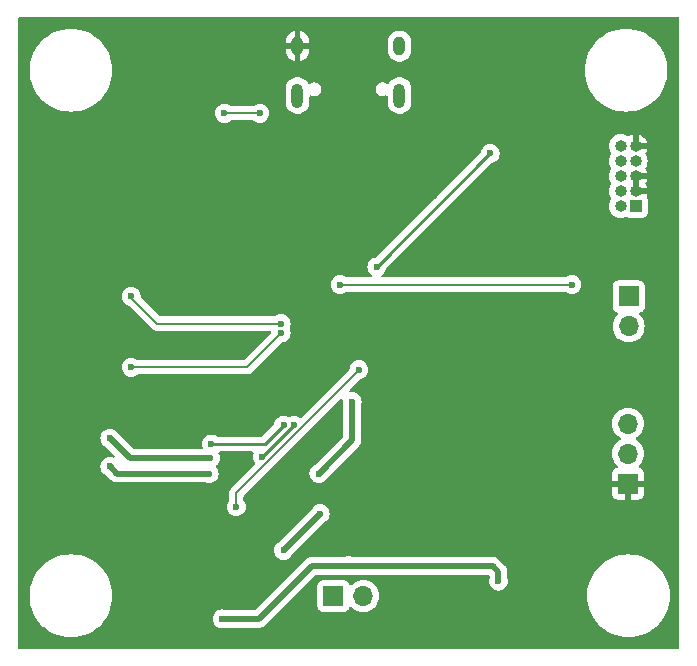
<source format=gbl>
%TF.GenerationSoftware,KiCad,Pcbnew,8.0.2-1*%
%TF.CreationDate,2024-07-15T21:16:38-07:00*%
%TF.ProjectId,TEMP_LOGGER,54454d50-5f4c-44f4-9747-45522e6b6963,rev?*%
%TF.SameCoordinates,Original*%
%TF.FileFunction,Copper,L2,Bot*%
%TF.FilePolarity,Positive*%
%FSLAX46Y46*%
G04 Gerber Fmt 4.6, Leading zero omitted, Abs format (unit mm)*
G04 Created by KiCad (PCBNEW 8.0.2-1) date 2024-07-15 21:16:38*
%MOMM*%
%LPD*%
G01*
G04 APERTURE LIST*
%TA.AperFunction,ComponentPad*%
%ADD10R,1.700000X1.700000*%
%TD*%
%TA.AperFunction,ComponentPad*%
%ADD11O,1.700000X1.700000*%
%TD*%
%TA.AperFunction,ComponentPad*%
%ADD12O,1.000000X1.600000*%
%TD*%
%TA.AperFunction,ComponentPad*%
%ADD13O,1.000000X2.100000*%
%TD*%
%TA.AperFunction,ComponentPad*%
%ADD14R,1.000000X1.000000*%
%TD*%
%TA.AperFunction,ComponentPad*%
%ADD15O,1.000000X1.000000*%
%TD*%
%TA.AperFunction,ViaPad*%
%ADD16C,0.600000*%
%TD*%
%TA.AperFunction,Conductor*%
%ADD17C,0.250000*%
%TD*%
%TA.AperFunction,Conductor*%
%ADD18C,0.200000*%
%TD*%
%TA.AperFunction,Conductor*%
%ADD19C,0.500000*%
%TD*%
G04 APERTURE END LIST*
D10*
%TO.P,J3,1,Pin_1*%
%TO.N,GND*%
X170675000Y-105250000D03*
D11*
%TO.P,J3,2,Pin_2*%
%TO.N,USART1_TX*%
X170675000Y-102710000D03*
%TO.P,J3,3,Pin_3*%
%TO.N,USART1_RX*%
X170675000Y-100170000D03*
%TD*%
D12*
%TO.P,J6,NC1,NC*%
%TO.N,unconnected-(J6-NC-PadNC1)*%
X151318000Y-68211250D03*
D13*
%TO.P,J6,NC2,NC*%
%TO.N,unconnected-(J6-NC-PadNC2)*%
X151318000Y-72391250D03*
%TO.P,J6,NC3,NC*%
%TO.N,unconnected-(J6-NC-PadNC3)*%
X142682000Y-72391250D03*
D12*
%TO.P,J6,S,SHIELD*%
%TO.N,GND*%
X142682000Y-68211250D03*
%TD*%
D14*
%TO.P,J1,1,Pin_1*%
%TO.N,+3V3*%
X171325000Y-81750000D03*
D15*
%TO.P,J1,2,Pin_2*%
%TO.N,SWDIO*%
X170055000Y-81750000D03*
%TO.P,J1,3,Pin_3*%
%TO.N,GND*%
X171325000Y-80480000D03*
%TO.P,J1,4,Pin_4*%
%TO.N,SWDCLK*%
X170055000Y-80480000D03*
%TO.P,J1,5,Pin_5*%
%TO.N,GND*%
X171325000Y-79210000D03*
%TO.P,J1,6,Pin_6*%
%TO.N,unconnected-(J1-Pin_6-Pad6)*%
X170055000Y-79210000D03*
%TO.P,J1,7,Pin_7*%
%TO.N,unconnected-(J1-Pin_7-Pad7)*%
X171325000Y-77940000D03*
%TO.P,J1,8,Pin_8*%
%TO.N,unconnected-(J1-Pin_8-Pad8)*%
X170055000Y-77940000D03*
%TO.P,J1,9,Pin_9*%
%TO.N,GND*%
X171325000Y-76670000D03*
%TO.P,J1,10,Pin_10*%
%TO.N,NRST*%
X170055000Y-76670000D03*
%TD*%
D10*
%TO.P,J2,1,Pin_1*%
%TO.N,Net-(J2-Pin_1)*%
X145725000Y-114750000D03*
D11*
%TO.P,J2,2,Pin_2*%
%TO.N,Net-(J2-Pin_2)*%
X148265000Y-114750000D03*
%TD*%
D10*
%TO.P,J5,1,Pin_1*%
%TO.N,BOOT0*%
X170725000Y-89400000D03*
D11*
%TO.P,J5,2,Pin_2*%
%TO.N,+3V3*%
X170725000Y-91940000D03*
%TD*%
D16*
%TO.N,GND*%
X142400000Y-94500000D03*
%TO.N,NRST*%
X149400000Y-86900000D03*
X159000000Y-77300000D03*
%TO.N,GND*%
X141500000Y-80300000D03*
X147000000Y-77000000D03*
X124400000Y-90900000D03*
X131700000Y-68200000D03*
X154200000Y-80900000D03*
X153100000Y-97400000D03*
X124400000Y-84700000D03*
X152150000Y-75850000D03*
X131700000Y-72300000D03*
X141400000Y-90200000D03*
X133100000Y-79600000D03*
X164500000Y-91600000D03*
X143800000Y-74200000D03*
X130600000Y-93500000D03*
X150200000Y-74200000D03*
X154200000Y-70900000D03*
X132400000Y-106100000D03*
X130600000Y-89500000D03*
X151500000Y-115400000D03*
X141900000Y-77750000D03*
X162400000Y-72300000D03*
X144200000Y-83900000D03*
X144900000Y-100000000D03*
X140000000Y-114500000D03*
X162400000Y-68200000D03*
%TO.N,BTN_1*%
X139500000Y-73900000D03*
X136500000Y-73900000D03*
%TO.N,LED1*%
X128600000Y-95400000D03*
X141300000Y-92500000D03*
%TO.N,TEMP_EN*%
X144500000Y-104400000D03*
X147000000Y-112200000D03*
X159700000Y-113500000D03*
X136300000Y-116700000D03*
X147300000Y-98300000D03*
%TO.N,FLASH_SCK*%
X126800000Y-101400000D03*
X135300000Y-103100000D03*
%TO.N,THERM_OUT*%
X147875000Y-95600000D03*
X137500000Y-107200000D03*
%TO.N,FLASH_MISO*%
X135400000Y-101900000D03*
X141500000Y-100300000D03*
%TO.N,FLASH_MOSI*%
X126800000Y-103800000D03*
X135200000Y-104400000D03*
X139700000Y-103000000D03*
X142400000Y-100300000D03*
%TO.N,Net-(Q1-D)*%
X141500000Y-110900000D03*
X144600000Y-107800000D03*
%TO.N,LED0*%
X128600000Y-89400000D03*
X141300000Y-91700000D03*
%TO.N,BOOT0*%
X146300000Y-88400000D03*
X165900000Y-88400000D03*
%TD*%
D17*
%TO.N,NRST*%
X149400000Y-86900000D02*
X159000000Y-77300000D01*
D18*
%TO.N,BTN_1*%
X139500000Y-73900000D02*
X136500000Y-73900000D01*
%TO.N,LED1*%
X138400000Y-95400000D02*
X128600000Y-95400000D01*
X141300000Y-92500000D02*
X138400000Y-95400000D01*
D19*
%TO.N,TEMP_EN*%
X139400000Y-116700000D02*
X143900000Y-112200000D01*
X144500000Y-104400000D02*
X147300000Y-101600000D01*
X159700000Y-113500000D02*
X159700000Y-112700000D01*
X159200000Y-112200000D02*
X147000000Y-112200000D01*
X159700000Y-112700000D02*
X159200000Y-112200000D01*
X147300000Y-101600000D02*
X147300000Y-98300000D01*
X136300000Y-116700000D02*
X139400000Y-116700000D01*
X143900000Y-112200000D02*
X147000000Y-112200000D01*
%TO.N,FLASH_SCK*%
X128500000Y-103100000D02*
X126800000Y-101400000D01*
X135300000Y-103100000D02*
X128500000Y-103100000D01*
D18*
%TO.N,THERM_OUT*%
X147875000Y-95600000D02*
X147875000Y-95673529D01*
X147875000Y-95673529D02*
X137500000Y-106048529D01*
X137500000Y-106048529D02*
X137500000Y-107200000D01*
D17*
%TO.N,FLASH_MISO*%
X139900000Y-101900000D02*
X135400000Y-101900000D01*
X141500000Y-100300000D02*
X139900000Y-101900000D01*
D19*
%TO.N,FLASH_MOSI*%
X127400000Y-104400000D02*
X126800000Y-103800000D01*
D17*
X139700000Y-103000000D02*
X142400000Y-100300000D01*
D19*
X135200000Y-104400000D02*
X127400000Y-104400000D01*
%TO.N,Net-(Q1-D)*%
X141500000Y-110900000D02*
X144600000Y-107800000D01*
D18*
%TO.N,LED0*%
X130800000Y-91700000D02*
X128600000Y-89500000D01*
X141300000Y-91700000D02*
X130800000Y-91700000D01*
%TO.N,BOOT0*%
X146300000Y-88400000D02*
X165900000Y-88400000D01*
%TD*%
%TA.AperFunction,Conductor*%
%TO.N,GND*%
G36*
X174942539Y-65770185D02*
G01*
X174988294Y-65822989D01*
X174999500Y-65874500D01*
X174999500Y-119125500D01*
X174979815Y-119192539D01*
X174927011Y-119238294D01*
X174875500Y-119249500D01*
X119124500Y-119249500D01*
X119057461Y-119229815D01*
X119011706Y-119177011D01*
X119000500Y-119125500D01*
X119000500Y-114750000D01*
X119994696Y-114750000D01*
X120013898Y-115116404D01*
X120071295Y-115478794D01*
X120133492Y-115710917D01*
X120166260Y-115833206D01*
X120297746Y-116175739D01*
X120464320Y-116502656D01*
X120664147Y-116810364D01*
X120664149Y-116810366D01*
X120895051Y-117095506D01*
X121154494Y-117354949D01*
X121236870Y-117421656D01*
X121439635Y-117585852D01*
X121747343Y-117785679D01*
X121747348Y-117785682D01*
X122074264Y-117952255D01*
X122416801Y-118083742D01*
X122771206Y-118178705D01*
X123133596Y-118236102D01*
X123479734Y-118254241D01*
X123499999Y-118255304D01*
X123500000Y-118255304D01*
X123500001Y-118255304D01*
X123519203Y-118254297D01*
X123866404Y-118236102D01*
X124228794Y-118178705D01*
X124583199Y-118083742D01*
X124925736Y-117952255D01*
X125252652Y-117785682D01*
X125560366Y-117585851D01*
X125845506Y-117354949D01*
X126104949Y-117095506D01*
X126335851Y-116810366D01*
X126407526Y-116699996D01*
X135494435Y-116699996D01*
X135494435Y-116700003D01*
X135514630Y-116879249D01*
X135514631Y-116879254D01*
X135574211Y-117049523D01*
X135622998Y-117127166D01*
X135670184Y-117202262D01*
X135797738Y-117329816D01*
X135888080Y-117386582D01*
X135943903Y-117421658D01*
X135950478Y-117425789D01*
X136021098Y-117450500D01*
X136120745Y-117485368D01*
X136120750Y-117485369D01*
X136299996Y-117505565D01*
X136300000Y-117505565D01*
X136300004Y-117505565D01*
X136479249Y-117485369D01*
X136479252Y-117485368D01*
X136479255Y-117485368D01*
X136559017Y-117457457D01*
X136599972Y-117450500D01*
X139473920Y-117450500D01*
X139571462Y-117431096D01*
X139618913Y-117421658D01*
X139755495Y-117365084D01*
X139808277Y-117329816D01*
X139878416Y-117282952D01*
X143309233Y-113852135D01*
X144374500Y-113852135D01*
X144374500Y-115647870D01*
X144374501Y-115647876D01*
X144380908Y-115707483D01*
X144431202Y-115842328D01*
X144431206Y-115842335D01*
X144517452Y-115957544D01*
X144517455Y-115957547D01*
X144632664Y-116043793D01*
X144632671Y-116043797D01*
X144767517Y-116094091D01*
X144767516Y-116094091D01*
X144774444Y-116094835D01*
X144827127Y-116100500D01*
X146622872Y-116100499D01*
X146682483Y-116094091D01*
X146817331Y-116043796D01*
X146932546Y-115957546D01*
X147018796Y-115842331D01*
X147067810Y-115710916D01*
X147109681Y-115654984D01*
X147175145Y-115630566D01*
X147243418Y-115645417D01*
X147271673Y-115666569D01*
X147393599Y-115788495D01*
X147490384Y-115856265D01*
X147587165Y-115924032D01*
X147587167Y-115924033D01*
X147587170Y-115924035D01*
X147801337Y-116023903D01*
X148029592Y-116085063D01*
X148206034Y-116100500D01*
X148264999Y-116105659D01*
X148265000Y-116105659D01*
X148265001Y-116105659D01*
X148323966Y-116100500D01*
X148500408Y-116085063D01*
X148728663Y-116023903D01*
X148942830Y-115924035D01*
X149136401Y-115788495D01*
X149303495Y-115621401D01*
X149439035Y-115427830D01*
X149538903Y-115213663D01*
X149600063Y-114985408D01*
X149620659Y-114750000D01*
X167194696Y-114750000D01*
X167213898Y-115116404D01*
X167271295Y-115478794D01*
X167333492Y-115710917D01*
X167366260Y-115833206D01*
X167497746Y-116175739D01*
X167664320Y-116502656D01*
X167864147Y-116810364D01*
X167864149Y-116810366D01*
X168095051Y-117095506D01*
X168354494Y-117354949D01*
X168436870Y-117421656D01*
X168639635Y-117585852D01*
X168947343Y-117785679D01*
X168947348Y-117785682D01*
X169274264Y-117952255D01*
X169616801Y-118083742D01*
X169971206Y-118178705D01*
X170333596Y-118236102D01*
X170679734Y-118254241D01*
X170699999Y-118255304D01*
X170700000Y-118255304D01*
X170700001Y-118255304D01*
X170719203Y-118254297D01*
X171066404Y-118236102D01*
X171428794Y-118178705D01*
X171783199Y-118083742D01*
X172125736Y-117952255D01*
X172452652Y-117785682D01*
X172760366Y-117585851D01*
X173045506Y-117354949D01*
X173304949Y-117095506D01*
X173535851Y-116810366D01*
X173735682Y-116502652D01*
X173902255Y-116175736D01*
X174033742Y-115833199D01*
X174128705Y-115478794D01*
X174186102Y-115116404D01*
X174205304Y-114750000D01*
X174186102Y-114383596D01*
X174128705Y-114021206D01*
X174033742Y-113666801D01*
X173902255Y-113324264D01*
X173735682Y-112997348D01*
X173735679Y-112997343D01*
X173535852Y-112689635D01*
X173304952Y-112404498D01*
X173304949Y-112404494D01*
X173045506Y-112145051D01*
X172760366Y-111914149D01*
X172760364Y-111914147D01*
X172452656Y-111714320D01*
X172125739Y-111547746D01*
X171783206Y-111416260D01*
X171783199Y-111416258D01*
X171428794Y-111321295D01*
X171428790Y-111321294D01*
X171428789Y-111321294D01*
X171066405Y-111263898D01*
X170700001Y-111244696D01*
X170699999Y-111244696D01*
X170333594Y-111263898D01*
X169971211Y-111321294D01*
X169971209Y-111321294D01*
X169616793Y-111416260D01*
X169274260Y-111547746D01*
X168947343Y-111714320D01*
X168639635Y-111914147D01*
X168354498Y-112145047D01*
X168354490Y-112145054D01*
X168095054Y-112404490D01*
X168095047Y-112404498D01*
X167864147Y-112689635D01*
X167664320Y-112997343D01*
X167497746Y-113324260D01*
X167366260Y-113666793D01*
X167271294Y-114021209D01*
X167271294Y-114021211D01*
X167229303Y-114286335D01*
X167213898Y-114383596D01*
X167194696Y-114750000D01*
X149620659Y-114750000D01*
X149600063Y-114514592D01*
X149538903Y-114286337D01*
X149439035Y-114072171D01*
X149403352Y-114021209D01*
X149303494Y-113878597D01*
X149136402Y-113711506D01*
X149136395Y-113711501D01*
X148942834Y-113575967D01*
X148942830Y-113575965D01*
X148878263Y-113545857D01*
X148728663Y-113476097D01*
X148728659Y-113476096D01*
X148728655Y-113476094D01*
X148500413Y-113414938D01*
X148500403Y-113414936D01*
X148265001Y-113394341D01*
X148264999Y-113394341D01*
X148029596Y-113414936D01*
X148029586Y-113414938D01*
X147801344Y-113476094D01*
X147801335Y-113476098D01*
X147587171Y-113575964D01*
X147587169Y-113575965D01*
X147393600Y-113711503D01*
X147271673Y-113833430D01*
X147210350Y-113866914D01*
X147140658Y-113861930D01*
X147084725Y-113820058D01*
X147067810Y-113789081D01*
X147018797Y-113657671D01*
X147018793Y-113657664D01*
X146932547Y-113542455D01*
X146932544Y-113542452D01*
X146817335Y-113456206D01*
X146817328Y-113456202D01*
X146682482Y-113405908D01*
X146682483Y-113405908D01*
X146622883Y-113399501D01*
X146622881Y-113399500D01*
X146622873Y-113399500D01*
X146622864Y-113399500D01*
X144827129Y-113399500D01*
X144827123Y-113399501D01*
X144767516Y-113405908D01*
X144632671Y-113456202D01*
X144632664Y-113456206D01*
X144517455Y-113542452D01*
X144517452Y-113542455D01*
X144431206Y-113657664D01*
X144431202Y-113657671D01*
X144380908Y-113792517D01*
X144374501Y-113852116D01*
X144374500Y-113852135D01*
X143309233Y-113852135D01*
X144174549Y-112986819D01*
X144235872Y-112953334D01*
X144262230Y-112950500D01*
X146700028Y-112950500D01*
X146740982Y-112957457D01*
X146820745Y-112985368D01*
X146820750Y-112985369D01*
X146999996Y-113005565D01*
X147000000Y-113005565D01*
X147000004Y-113005565D01*
X147179249Y-112985369D01*
X147179252Y-112985368D01*
X147179255Y-112985368D01*
X147259017Y-112957457D01*
X147299972Y-112950500D01*
X158825500Y-112950500D01*
X158892539Y-112970185D01*
X158938294Y-113022989D01*
X158949500Y-113074500D01*
X158949500Y-113200028D01*
X158942542Y-113240982D01*
X158914631Y-113320747D01*
X158894435Y-113499996D01*
X158894435Y-113500003D01*
X158914630Y-113679249D01*
X158914631Y-113679254D01*
X158974211Y-113849523D01*
X158982007Y-113861930D01*
X159070184Y-114002262D01*
X159197738Y-114129816D01*
X159350478Y-114225789D01*
X159520745Y-114285368D01*
X159520750Y-114285369D01*
X159699996Y-114305565D01*
X159700000Y-114305565D01*
X159700004Y-114305565D01*
X159879249Y-114285369D01*
X159879252Y-114285368D01*
X159879255Y-114285368D01*
X160049522Y-114225789D01*
X160202262Y-114129816D01*
X160329816Y-114002262D01*
X160425789Y-113849522D01*
X160485368Y-113679255D01*
X160485369Y-113679249D01*
X160505565Y-113500003D01*
X160505565Y-113499996D01*
X160485368Y-113320747D01*
X160485368Y-113320745D01*
X160457458Y-113240982D01*
X160450500Y-113200028D01*
X160450500Y-112626079D01*
X160421659Y-112481092D01*
X160421658Y-112481091D01*
X160421658Y-112481087D01*
X160389934Y-112404498D01*
X160365087Y-112344511D01*
X160365083Y-112344504D01*
X160331854Y-112294773D01*
X160305568Y-112255432D01*
X160282956Y-112221589D01*
X160282952Y-112221584D01*
X159678421Y-111617052D01*
X159678414Y-111617046D01*
X159578818Y-111550499D01*
X159578817Y-111550499D01*
X159555495Y-111534916D01*
X159555488Y-111534912D01*
X159418917Y-111478343D01*
X159418907Y-111478340D01*
X159273920Y-111449500D01*
X159273918Y-111449500D01*
X147299972Y-111449500D01*
X147259017Y-111442542D01*
X147179254Y-111414631D01*
X147179249Y-111414630D01*
X147000004Y-111394435D01*
X146999996Y-111394435D01*
X146820750Y-111414630D01*
X146820745Y-111414631D01*
X146740983Y-111442542D01*
X146700028Y-111449500D01*
X143826080Y-111449500D01*
X143681092Y-111478340D01*
X143681082Y-111478343D01*
X143544511Y-111534912D01*
X143544504Y-111534916D01*
X143528992Y-111545281D01*
X143521183Y-111550499D01*
X143521182Y-111550499D01*
X143421585Y-111617046D01*
X143421578Y-111617052D01*
X139125451Y-115913181D01*
X139064128Y-115946666D01*
X139037770Y-115949500D01*
X136599972Y-115949500D01*
X136559017Y-115942542D01*
X136479254Y-115914631D01*
X136479249Y-115914630D01*
X136300004Y-115894435D01*
X136299996Y-115894435D01*
X136120750Y-115914630D01*
X136120745Y-115914631D01*
X135950476Y-115974211D01*
X135797737Y-116070184D01*
X135670184Y-116197737D01*
X135574211Y-116350476D01*
X135514631Y-116520745D01*
X135514630Y-116520750D01*
X135494435Y-116699996D01*
X126407526Y-116699996D01*
X126535682Y-116502652D01*
X126702255Y-116175736D01*
X126833742Y-115833199D01*
X126928705Y-115478794D01*
X126986102Y-115116404D01*
X127005304Y-114750000D01*
X126986102Y-114383596D01*
X126928705Y-114021206D01*
X126833742Y-113666801D01*
X126702255Y-113324264D01*
X126535682Y-112997348D01*
X126535679Y-112997343D01*
X126335852Y-112689635D01*
X126104952Y-112404498D01*
X126104949Y-112404494D01*
X125845506Y-112145051D01*
X125560366Y-111914149D01*
X125560364Y-111914147D01*
X125252656Y-111714320D01*
X124925739Y-111547746D01*
X124583206Y-111416260D01*
X124583199Y-111416258D01*
X124228794Y-111321295D01*
X124228790Y-111321294D01*
X124228789Y-111321294D01*
X123866405Y-111263898D01*
X123500001Y-111244696D01*
X123499999Y-111244696D01*
X123133594Y-111263898D01*
X122771211Y-111321294D01*
X122771209Y-111321294D01*
X122416793Y-111416260D01*
X122074260Y-111547746D01*
X121747343Y-111714320D01*
X121439635Y-111914147D01*
X121154498Y-112145047D01*
X121154490Y-112145054D01*
X120895054Y-112404490D01*
X120895047Y-112404498D01*
X120664147Y-112689635D01*
X120464320Y-112997343D01*
X120297746Y-113324260D01*
X120166260Y-113666793D01*
X120071294Y-114021209D01*
X120071294Y-114021211D01*
X120029303Y-114286335D01*
X120013898Y-114383596D01*
X119994696Y-114750000D01*
X119000500Y-114750000D01*
X119000500Y-110899996D01*
X140694435Y-110899996D01*
X140694435Y-110900003D01*
X140714630Y-111079249D01*
X140714631Y-111079254D01*
X140774211Y-111249523D01*
X140819308Y-111321294D01*
X140870184Y-111402262D01*
X140997738Y-111529816D01*
X141088080Y-111586582D01*
X141136566Y-111617048D01*
X141150478Y-111625789D01*
X141320745Y-111685368D01*
X141320750Y-111685369D01*
X141499996Y-111705565D01*
X141500000Y-111705565D01*
X141500004Y-111705565D01*
X141679249Y-111685369D01*
X141679252Y-111685368D01*
X141679255Y-111685368D01*
X141849522Y-111625789D01*
X142002262Y-111529816D01*
X142129816Y-111402262D01*
X142225789Y-111249522D01*
X142225790Y-111249518D01*
X142228811Y-111243246D01*
X142230655Y-111244134D01*
X142253305Y-111208061D01*
X144908061Y-108553305D01*
X144944134Y-108530655D01*
X144943246Y-108528811D01*
X144949518Y-108525790D01*
X144949522Y-108525789D01*
X145102262Y-108429816D01*
X145229816Y-108302262D01*
X145325789Y-108149522D01*
X145385368Y-107979255D01*
X145391392Y-107925789D01*
X145405565Y-107800003D01*
X145405565Y-107799996D01*
X145385369Y-107620750D01*
X145385368Y-107620745D01*
X145340296Y-107491937D01*
X145325789Y-107450478D01*
X145229816Y-107297738D01*
X145102262Y-107170184D01*
X144949523Y-107074211D01*
X144779254Y-107014631D01*
X144779249Y-107014630D01*
X144600004Y-106994435D01*
X144599996Y-106994435D01*
X144420750Y-107014630D01*
X144420745Y-107014631D01*
X144250476Y-107074211D01*
X144097737Y-107170184D01*
X143970184Y-107297737D01*
X143874211Y-107450478D01*
X143871188Y-107456756D01*
X143869362Y-107455876D01*
X143846693Y-107491937D01*
X141191937Y-110146693D01*
X141155876Y-110169362D01*
X141156756Y-110171188D01*
X141150478Y-110174211D01*
X140997737Y-110270184D01*
X140870184Y-110397737D01*
X140774211Y-110550476D01*
X140714631Y-110720745D01*
X140714630Y-110720750D01*
X140694435Y-110899996D01*
X119000500Y-110899996D01*
X119000500Y-101399996D01*
X125994435Y-101399996D01*
X125994435Y-101400003D01*
X126014630Y-101579249D01*
X126014631Y-101579254D01*
X126074211Y-101749523D01*
X126130182Y-101838599D01*
X126170184Y-101902262D01*
X126297738Y-102029816D01*
X126450478Y-102125789D01*
X126450480Y-102125789D01*
X126450484Y-102125792D01*
X126456756Y-102128813D01*
X126455869Y-102130653D01*
X126491939Y-102153307D01*
X127170421Y-102831789D01*
X127203906Y-102893112D01*
X127198922Y-102962804D01*
X127157050Y-103018737D01*
X127091586Y-103043154D01*
X127041786Y-103036512D01*
X126979257Y-103014632D01*
X126979249Y-103014630D01*
X126800004Y-102994435D01*
X126799996Y-102994435D01*
X126620750Y-103014630D01*
X126620745Y-103014631D01*
X126450476Y-103074211D01*
X126297737Y-103170184D01*
X126170184Y-103297737D01*
X126074211Y-103450476D01*
X126014631Y-103620745D01*
X126014630Y-103620750D01*
X125994435Y-103799996D01*
X125994435Y-103800003D01*
X126014630Y-103979249D01*
X126014631Y-103979254D01*
X126074211Y-104149523D01*
X126164130Y-104292627D01*
X126170184Y-104302262D01*
X126297738Y-104429816D01*
X126450478Y-104525789D01*
X126450483Y-104525792D01*
X126456753Y-104528812D01*
X126455870Y-104530643D01*
X126491940Y-104553308D01*
X126666707Y-104728074D01*
X126817049Y-104878416D01*
X126881626Y-104942993D01*
X126921585Y-104982952D01*
X127044498Y-105065080D01*
X127044511Y-105065087D01*
X127181082Y-105121656D01*
X127181087Y-105121658D01*
X127181091Y-105121658D01*
X127181092Y-105121659D01*
X127326079Y-105150500D01*
X127326082Y-105150500D01*
X134900028Y-105150500D01*
X134940983Y-105157458D01*
X135020745Y-105185368D01*
X135020750Y-105185369D01*
X135199996Y-105205565D01*
X135200000Y-105205565D01*
X135200004Y-105205565D01*
X135379249Y-105185369D01*
X135379252Y-105185368D01*
X135379255Y-105185368D01*
X135549522Y-105125789D01*
X135702262Y-105029816D01*
X135829816Y-104902262D01*
X135925789Y-104749522D01*
X135985368Y-104579255D01*
X135985369Y-104579249D01*
X136005565Y-104400003D01*
X136005565Y-104399996D01*
X135985369Y-104220750D01*
X135985368Y-104220745D01*
X135925788Y-104050476D01*
X135829815Y-103897737D01*
X135819759Y-103887681D01*
X135786274Y-103826358D01*
X135791258Y-103756666D01*
X135819759Y-103712319D01*
X135865372Y-103666706D01*
X135929816Y-103602262D01*
X136025789Y-103449522D01*
X136085368Y-103279255D01*
X136085369Y-103279249D01*
X136105565Y-103100003D01*
X136105565Y-103099996D01*
X136085369Y-102920750D01*
X136085368Y-102920745D01*
X136025788Y-102750475D01*
X136003794Y-102715473D01*
X135984793Y-102648236D01*
X136005160Y-102581401D01*
X136058428Y-102536187D01*
X136108787Y-102525500D01*
X138843180Y-102525500D01*
X138910219Y-102545185D01*
X138955974Y-102597989D01*
X138965918Y-102667147D01*
X138960222Y-102690454D01*
X138914632Y-102820742D01*
X138914630Y-102820750D01*
X138894435Y-102999996D01*
X138894435Y-103000003D01*
X138914630Y-103179249D01*
X138914631Y-103179254D01*
X138974211Y-103349523D01*
X139066520Y-103496431D01*
X139085520Y-103563668D01*
X139065152Y-103630503D01*
X139049207Y-103650084D01*
X137131286Y-105568007D01*
X137019481Y-105679811D01*
X137019479Y-105679814D01*
X136969361Y-105766623D01*
X136969359Y-105766625D01*
X136940425Y-105816738D01*
X136940424Y-105816739D01*
X136940423Y-105816744D01*
X136899499Y-105969472D01*
X136899499Y-105969474D01*
X136899499Y-106137575D01*
X136899500Y-106137588D01*
X136899500Y-106617587D01*
X136879815Y-106684626D01*
X136872450Y-106694896D01*
X136870186Y-106697734D01*
X136774211Y-106850476D01*
X136714631Y-107020745D01*
X136714630Y-107020750D01*
X136694435Y-107199996D01*
X136694435Y-107200003D01*
X136714630Y-107379249D01*
X136714631Y-107379254D01*
X136774211Y-107549523D01*
X136870184Y-107702262D01*
X136997738Y-107829816D01*
X137150478Y-107925789D01*
X137303258Y-107979249D01*
X137320745Y-107985368D01*
X137320750Y-107985369D01*
X137499996Y-108005565D01*
X137500000Y-108005565D01*
X137500004Y-108005565D01*
X137679249Y-107985369D01*
X137679252Y-107985368D01*
X137679255Y-107985368D01*
X137849522Y-107925789D01*
X138002262Y-107829816D01*
X138129816Y-107702262D01*
X138225789Y-107549522D01*
X138285368Y-107379255D01*
X138305565Y-107200000D01*
X138291392Y-107074211D01*
X138285369Y-107020750D01*
X138285368Y-107020745D01*
X138225788Y-106850476D01*
X138129813Y-106697734D01*
X138127550Y-106694896D01*
X138126659Y-106692715D01*
X138126111Y-106691842D01*
X138126264Y-106691745D01*
X138101144Y-106630209D01*
X138100500Y-106617587D01*
X138100500Y-106348626D01*
X138120185Y-106281587D01*
X138136819Y-106260945D01*
X142213219Y-102184545D01*
X146294227Y-98103536D01*
X146355548Y-98070053D01*
X146425240Y-98075037D01*
X146481173Y-98116909D01*
X146505590Y-98182373D01*
X146505126Y-98205101D01*
X146494435Y-98299994D01*
X146494435Y-98300003D01*
X146514630Y-98479249D01*
X146514631Y-98479254D01*
X146542542Y-98559017D01*
X146549500Y-98599972D01*
X146549500Y-101237769D01*
X146529815Y-101304808D01*
X146513181Y-101325450D01*
X144191937Y-103646693D01*
X144155876Y-103669362D01*
X144156756Y-103671188D01*
X144150478Y-103674211D01*
X143997737Y-103770184D01*
X143870184Y-103897737D01*
X143774211Y-104050476D01*
X143714631Y-104220745D01*
X143714630Y-104220750D01*
X143694435Y-104399996D01*
X143694435Y-104400003D01*
X143714630Y-104579249D01*
X143714631Y-104579254D01*
X143774211Y-104749523D01*
X143870184Y-104902262D01*
X143997738Y-105029816D01*
X144088080Y-105086582D01*
X144143903Y-105121658D01*
X144150478Y-105125789D01*
X144221098Y-105150500D01*
X144320745Y-105185368D01*
X144320750Y-105185369D01*
X144499996Y-105205565D01*
X144500000Y-105205565D01*
X144500004Y-105205565D01*
X144679249Y-105185369D01*
X144679252Y-105185368D01*
X144679255Y-105185368D01*
X144849522Y-105125789D01*
X145002262Y-105029816D01*
X145129816Y-104902262D01*
X145225789Y-104749522D01*
X145225790Y-104749518D01*
X145228811Y-104743246D01*
X145230655Y-104744134D01*
X145253305Y-104708061D01*
X147882952Y-102078416D01*
X147921843Y-102020210D01*
X147961000Y-101961608D01*
X147962635Y-101959159D01*
X147965084Y-101955495D01*
X148021658Y-101818913D01*
X148035461Y-101749522D01*
X148050500Y-101673920D01*
X148050500Y-100169999D01*
X169319341Y-100169999D01*
X169319341Y-100170000D01*
X169339936Y-100405403D01*
X169339938Y-100405413D01*
X169401094Y-100633655D01*
X169401096Y-100633659D01*
X169401097Y-100633663D01*
X169420005Y-100674211D01*
X169500965Y-100847830D01*
X169500967Y-100847834D01*
X169636501Y-101041395D01*
X169636506Y-101041402D01*
X169803597Y-101208493D01*
X169803603Y-101208498D01*
X169989158Y-101338425D01*
X170032783Y-101393002D01*
X170039977Y-101462500D01*
X170008454Y-101524855D01*
X169989158Y-101541575D01*
X169803597Y-101671505D01*
X169636505Y-101838597D01*
X169500965Y-102032169D01*
X169500964Y-102032171D01*
X169401098Y-102246335D01*
X169401094Y-102246344D01*
X169339938Y-102474586D01*
X169339936Y-102474596D01*
X169319341Y-102709999D01*
X169319341Y-102710000D01*
X169339936Y-102945403D01*
X169339938Y-102945413D01*
X169401094Y-103173655D01*
X169401096Y-103173659D01*
X169401097Y-103173663D01*
X169483102Y-103349522D01*
X169500965Y-103387830D01*
X169500967Y-103387834D01*
X169577008Y-103496431D01*
X169636501Y-103581396D01*
X169636506Y-103581402D01*
X169758818Y-103703714D01*
X169792303Y-103765037D01*
X169787319Y-103834729D01*
X169745447Y-103890662D01*
X169714471Y-103907577D01*
X169582912Y-103956646D01*
X169582906Y-103956649D01*
X169467812Y-104042809D01*
X169467809Y-104042812D01*
X169381649Y-104157906D01*
X169381645Y-104157913D01*
X169331403Y-104292620D01*
X169331401Y-104292627D01*
X169325000Y-104352155D01*
X169325000Y-105000000D01*
X170241988Y-105000000D01*
X170209075Y-105057007D01*
X170175000Y-105184174D01*
X170175000Y-105315826D01*
X170209075Y-105442993D01*
X170241988Y-105500000D01*
X169325000Y-105500000D01*
X169325000Y-106147844D01*
X169331401Y-106207372D01*
X169331403Y-106207379D01*
X169381645Y-106342086D01*
X169381649Y-106342093D01*
X169467809Y-106457187D01*
X169467812Y-106457190D01*
X169582906Y-106543350D01*
X169582913Y-106543354D01*
X169717620Y-106593596D01*
X169717627Y-106593598D01*
X169777155Y-106599999D01*
X169777172Y-106600000D01*
X170425000Y-106600000D01*
X170425000Y-105683012D01*
X170482007Y-105715925D01*
X170609174Y-105750000D01*
X170740826Y-105750000D01*
X170867993Y-105715925D01*
X170925000Y-105683012D01*
X170925000Y-106600000D01*
X171572828Y-106600000D01*
X171572844Y-106599999D01*
X171632372Y-106593598D01*
X171632379Y-106593596D01*
X171767086Y-106543354D01*
X171767093Y-106543350D01*
X171882187Y-106457190D01*
X171882190Y-106457187D01*
X171968350Y-106342093D01*
X171968354Y-106342086D01*
X172018596Y-106207379D01*
X172018598Y-106207372D01*
X172024999Y-106147844D01*
X172025000Y-106147827D01*
X172025000Y-105500000D01*
X171108012Y-105500000D01*
X171140925Y-105442993D01*
X171175000Y-105315826D01*
X171175000Y-105184174D01*
X171140925Y-105057007D01*
X171108012Y-105000000D01*
X172025000Y-105000000D01*
X172025000Y-104352172D01*
X172024999Y-104352155D01*
X172018598Y-104292627D01*
X172018596Y-104292620D01*
X171968354Y-104157913D01*
X171968350Y-104157906D01*
X171882190Y-104042812D01*
X171882187Y-104042809D01*
X171767093Y-103956649D01*
X171767088Y-103956646D01*
X171635528Y-103907577D01*
X171579595Y-103865705D01*
X171555178Y-103800241D01*
X171570030Y-103731968D01*
X171591175Y-103703720D01*
X171713495Y-103581401D01*
X171849035Y-103387830D01*
X171948903Y-103173663D01*
X172010063Y-102945408D01*
X172030659Y-102710000D01*
X172010063Y-102474592D01*
X171951043Y-102254324D01*
X171948905Y-102246344D01*
X171948904Y-102246343D01*
X171948903Y-102246337D01*
X171849035Y-102032171D01*
X171847386Y-102029815D01*
X171713494Y-101838597D01*
X171546402Y-101671506D01*
X171546396Y-101671501D01*
X171360842Y-101541575D01*
X171317217Y-101486998D01*
X171310023Y-101417500D01*
X171341546Y-101355145D01*
X171360842Y-101338425D01*
X171408852Y-101304808D01*
X171546401Y-101208495D01*
X171713495Y-101041401D01*
X171849035Y-100847830D01*
X171948903Y-100633663D01*
X172010063Y-100405408D01*
X172030659Y-100170000D01*
X172010063Y-99934592D01*
X171948903Y-99706337D01*
X171849035Y-99492171D01*
X171713495Y-99298599D01*
X171713494Y-99298597D01*
X171546402Y-99131506D01*
X171546395Y-99131501D01*
X171352834Y-98995967D01*
X171352830Y-98995965D01*
X171352828Y-98995964D01*
X171138663Y-98896097D01*
X171138659Y-98896096D01*
X171138655Y-98896094D01*
X170910413Y-98834938D01*
X170910403Y-98834936D01*
X170675001Y-98814341D01*
X170674999Y-98814341D01*
X170439596Y-98834936D01*
X170439586Y-98834938D01*
X170211344Y-98896094D01*
X170211335Y-98896098D01*
X169997171Y-98995964D01*
X169997169Y-98995965D01*
X169803597Y-99131505D01*
X169636505Y-99298597D01*
X169500965Y-99492169D01*
X169500964Y-99492171D01*
X169401098Y-99706335D01*
X169401094Y-99706344D01*
X169339938Y-99934586D01*
X169339936Y-99934596D01*
X169319341Y-100169999D01*
X148050500Y-100169999D01*
X148050500Y-98599972D01*
X148057458Y-98559017D01*
X148085368Y-98479254D01*
X148085369Y-98479249D01*
X148105565Y-98300003D01*
X148105565Y-98299996D01*
X148085369Y-98120750D01*
X148085368Y-98120745D01*
X148025788Y-97950476D01*
X147929815Y-97797737D01*
X147802262Y-97670184D01*
X147649523Y-97574211D01*
X147479254Y-97514631D01*
X147479249Y-97514630D01*
X147300004Y-97494435D01*
X147299995Y-97494435D01*
X147205101Y-97505126D01*
X147136280Y-97493071D01*
X147084901Y-97445721D01*
X147067277Y-97378111D01*
X147089004Y-97311705D01*
X147103533Y-97294230D01*
X147976401Y-96421362D01*
X148037722Y-96387879D01*
X148050205Y-96385824D01*
X148054255Y-96385368D01*
X148224522Y-96325789D01*
X148377262Y-96229816D01*
X148504816Y-96102262D01*
X148600789Y-95949522D01*
X148660368Y-95779255D01*
X148660369Y-95779249D01*
X148680565Y-95600003D01*
X148680565Y-95599996D01*
X148660369Y-95420750D01*
X148660368Y-95420745D01*
X148600788Y-95250476D01*
X148504815Y-95097737D01*
X148377262Y-94970184D01*
X148224523Y-94874211D01*
X148054254Y-94814631D01*
X148054249Y-94814630D01*
X147875004Y-94794435D01*
X147874996Y-94794435D01*
X147695750Y-94814630D01*
X147695745Y-94814631D01*
X147525476Y-94874211D01*
X147372737Y-94970184D01*
X147245184Y-95097737D01*
X147149211Y-95250476D01*
X147089631Y-95420745D01*
X147089630Y-95420749D01*
X147070501Y-95590532D01*
X147043434Y-95654946D01*
X147034962Y-95664329D01*
X143050084Y-99649207D01*
X142988761Y-99682692D01*
X142919069Y-99677708D01*
X142896431Y-99666520D01*
X142749523Y-99574211D01*
X142579254Y-99514631D01*
X142579249Y-99514630D01*
X142400004Y-99494435D01*
X142399996Y-99494435D01*
X142220750Y-99514630D01*
X142220737Y-99514633D01*
X142050480Y-99574209D01*
X142015970Y-99595893D01*
X141948733Y-99614892D01*
X141884030Y-99595893D01*
X141849519Y-99574209D01*
X141679262Y-99514633D01*
X141679249Y-99514630D01*
X141500004Y-99494435D01*
X141499996Y-99494435D01*
X141320750Y-99514630D01*
X141320745Y-99514631D01*
X141150476Y-99574211D01*
X140997737Y-99670184D01*
X140870184Y-99797737D01*
X140774210Y-99950478D01*
X140714630Y-100120750D01*
X140709326Y-100167825D01*
X140682258Y-100232238D01*
X140673787Y-100241620D01*
X139677229Y-101238181D01*
X139615906Y-101271666D01*
X139589548Y-101274500D01*
X135944855Y-101274500D01*
X135878883Y-101255494D01*
X135749523Y-101174211D01*
X135579254Y-101114631D01*
X135579249Y-101114630D01*
X135400004Y-101094435D01*
X135399996Y-101094435D01*
X135220750Y-101114630D01*
X135220745Y-101114631D01*
X135050476Y-101174211D01*
X134897737Y-101270184D01*
X134770184Y-101397737D01*
X134674211Y-101550476D01*
X134614631Y-101720745D01*
X134614630Y-101720750D01*
X134594435Y-101899996D01*
X134594435Y-101900003D01*
X134614630Y-102079249D01*
X134614633Y-102079262D01*
X134651474Y-102184545D01*
X134655036Y-102254324D01*
X134620308Y-102314951D01*
X134558314Y-102347179D01*
X134534433Y-102349500D01*
X128862230Y-102349500D01*
X128795191Y-102329815D01*
X128774549Y-102313181D01*
X127553307Y-101091939D01*
X127530653Y-101055869D01*
X127528813Y-101056756D01*
X127525792Y-101050484D01*
X127525789Y-101050480D01*
X127525789Y-101050478D01*
X127429816Y-100897738D01*
X127302262Y-100770184D01*
X127149523Y-100674211D01*
X126979254Y-100614631D01*
X126979249Y-100614630D01*
X126800004Y-100594435D01*
X126799996Y-100594435D01*
X126620750Y-100614630D01*
X126620745Y-100614631D01*
X126450476Y-100674211D01*
X126297737Y-100770184D01*
X126170184Y-100897737D01*
X126074211Y-101050476D01*
X126014631Y-101220745D01*
X126014630Y-101220750D01*
X125994435Y-101399996D01*
X119000500Y-101399996D01*
X119000500Y-89399996D01*
X127794435Y-89399996D01*
X127794435Y-89400003D01*
X127814630Y-89579249D01*
X127814631Y-89579254D01*
X127874211Y-89749523D01*
X127970184Y-89902262D01*
X128097738Y-90029816D01*
X128250478Y-90125789D01*
X128417704Y-90184303D01*
X128464428Y-90213663D01*
X130315139Y-92064374D01*
X130315149Y-92064385D01*
X130319479Y-92068715D01*
X130319480Y-92068716D01*
X130431284Y-92180520D01*
X130518095Y-92230639D01*
X130518097Y-92230641D01*
X130556151Y-92252611D01*
X130568215Y-92259577D01*
X130720943Y-92300501D01*
X130720946Y-92300501D01*
X130886653Y-92300501D01*
X130886669Y-92300500D01*
X140350902Y-92300500D01*
X140417941Y-92320185D01*
X140463696Y-92372989D01*
X140473640Y-92442147D01*
X140444615Y-92505703D01*
X140438583Y-92512181D01*
X138187584Y-94763181D01*
X138126261Y-94796666D01*
X138099903Y-94799500D01*
X129182412Y-94799500D01*
X129115373Y-94779815D01*
X129105097Y-94772445D01*
X129102263Y-94770185D01*
X129102262Y-94770184D01*
X129045496Y-94734515D01*
X128949523Y-94674211D01*
X128779254Y-94614631D01*
X128779249Y-94614630D01*
X128600004Y-94594435D01*
X128599996Y-94594435D01*
X128420750Y-94614630D01*
X128420745Y-94614631D01*
X128250476Y-94674211D01*
X128097737Y-94770184D01*
X127970184Y-94897737D01*
X127874211Y-95050476D01*
X127814631Y-95220745D01*
X127814630Y-95220750D01*
X127794435Y-95399996D01*
X127794435Y-95400003D01*
X127814630Y-95579249D01*
X127814631Y-95579254D01*
X127874211Y-95749523D01*
X127970184Y-95902262D01*
X128097738Y-96029816D01*
X128250478Y-96125789D01*
X128420745Y-96185368D01*
X128420750Y-96185369D01*
X128599996Y-96205565D01*
X128600000Y-96205565D01*
X128600004Y-96205565D01*
X128779249Y-96185369D01*
X128779252Y-96185368D01*
X128779255Y-96185368D01*
X128949522Y-96125789D01*
X129102262Y-96029816D01*
X129102267Y-96029810D01*
X129105097Y-96027555D01*
X129107275Y-96026665D01*
X129108158Y-96026111D01*
X129108255Y-96026265D01*
X129169783Y-96001145D01*
X129182412Y-96000500D01*
X138313331Y-96000500D01*
X138313347Y-96000501D01*
X138320943Y-96000501D01*
X138479054Y-96000501D01*
X138479057Y-96000501D01*
X138631785Y-95959577D01*
X138681904Y-95930639D01*
X138768716Y-95880520D01*
X138880520Y-95768716D01*
X138880520Y-95768714D01*
X138890728Y-95758507D01*
X138890730Y-95758504D01*
X141318535Y-93330698D01*
X141379856Y-93297215D01*
X141392311Y-93295163D01*
X141479255Y-93285368D01*
X141649522Y-93225789D01*
X141802262Y-93129816D01*
X141929816Y-93002262D01*
X142025789Y-92849522D01*
X142085368Y-92679255D01*
X142085369Y-92679249D01*
X142105565Y-92500003D01*
X142105565Y-92499996D01*
X142085369Y-92320750D01*
X142085366Y-92320737D01*
X142023489Y-92143905D01*
X142025637Y-92143153D01*
X142016035Y-92084872D01*
X142024392Y-92056411D01*
X142023489Y-92056095D01*
X142064113Y-91939999D01*
X169369341Y-91939999D01*
X169369341Y-91940000D01*
X169389936Y-92175403D01*
X169389938Y-92175413D01*
X169451094Y-92403655D01*
X169451096Y-92403659D01*
X169451097Y-92403663D01*
X169498679Y-92505703D01*
X169550965Y-92617830D01*
X169550967Y-92617834D01*
X169593975Y-92679255D01*
X169686505Y-92811401D01*
X169853599Y-92978495D01*
X169887542Y-93002262D01*
X170047165Y-93114032D01*
X170047167Y-93114033D01*
X170047170Y-93114035D01*
X170261337Y-93213903D01*
X170489592Y-93275063D01*
X170677918Y-93291539D01*
X170724999Y-93295659D01*
X170725000Y-93295659D01*
X170725001Y-93295659D01*
X170764234Y-93292226D01*
X170960408Y-93275063D01*
X171188663Y-93213903D01*
X171402830Y-93114035D01*
X171596401Y-92978495D01*
X171763495Y-92811401D01*
X171899035Y-92617830D01*
X171998903Y-92403663D01*
X172060063Y-92175408D01*
X172080659Y-91940000D01*
X172060063Y-91704592D01*
X171998903Y-91476337D01*
X171899035Y-91262171D01*
X171784680Y-91098855D01*
X171763496Y-91068600D01*
X171758077Y-91063181D01*
X171641567Y-90946671D01*
X171608084Y-90885351D01*
X171613068Y-90815659D01*
X171654939Y-90759725D01*
X171685915Y-90742810D01*
X171817331Y-90693796D01*
X171932546Y-90607546D01*
X172018796Y-90492331D01*
X172069091Y-90357483D01*
X172075500Y-90297873D01*
X172075499Y-88502128D01*
X172069091Y-88442517D01*
X172053234Y-88400003D01*
X172018797Y-88307671D01*
X172018793Y-88307664D01*
X171932547Y-88192455D01*
X171932544Y-88192452D01*
X171817335Y-88106206D01*
X171817328Y-88106202D01*
X171682482Y-88055908D01*
X171682483Y-88055908D01*
X171622883Y-88049501D01*
X171622881Y-88049500D01*
X171622873Y-88049500D01*
X171622864Y-88049500D01*
X169827129Y-88049500D01*
X169827123Y-88049501D01*
X169767516Y-88055908D01*
X169632671Y-88106202D01*
X169632664Y-88106206D01*
X169517455Y-88192452D01*
X169517452Y-88192455D01*
X169431206Y-88307664D01*
X169431202Y-88307671D01*
X169380908Y-88442517D01*
X169374501Y-88502116D01*
X169374501Y-88502123D01*
X169374500Y-88502135D01*
X169374500Y-90297870D01*
X169374501Y-90297876D01*
X169380908Y-90357483D01*
X169431202Y-90492328D01*
X169431206Y-90492335D01*
X169517452Y-90607544D01*
X169517455Y-90607547D01*
X169632664Y-90693793D01*
X169632671Y-90693797D01*
X169764081Y-90742810D01*
X169820015Y-90784681D01*
X169844432Y-90850145D01*
X169829580Y-90918418D01*
X169808430Y-90946673D01*
X169686503Y-91068600D01*
X169550965Y-91262169D01*
X169550964Y-91262171D01*
X169451098Y-91476335D01*
X169451094Y-91476344D01*
X169389938Y-91704586D01*
X169389936Y-91704596D01*
X169369341Y-91939999D01*
X142064113Y-91939999D01*
X142085366Y-91879262D01*
X142085369Y-91879249D01*
X142105565Y-91700003D01*
X142105565Y-91699996D01*
X142085369Y-91520750D01*
X142085368Y-91520745D01*
X142025788Y-91350476D01*
X141929815Y-91197737D01*
X141802262Y-91070184D01*
X141649523Y-90974211D01*
X141479254Y-90914631D01*
X141479249Y-90914630D01*
X141300004Y-90894435D01*
X141299996Y-90894435D01*
X141120750Y-90914630D01*
X141120745Y-90914631D01*
X140950476Y-90974211D01*
X140797736Y-91070185D01*
X140794903Y-91072445D01*
X140792724Y-91073334D01*
X140791842Y-91073889D01*
X140791744Y-91073734D01*
X140730217Y-91098855D01*
X140717588Y-91099500D01*
X131100097Y-91099500D01*
X131033058Y-91079815D01*
X131012416Y-91063181D01*
X129441884Y-89492649D01*
X129408399Y-89431326D01*
X129405565Y-89404968D01*
X129405565Y-89399997D01*
X129385369Y-89220750D01*
X129385368Y-89220745D01*
X129325788Y-89050476D01*
X129286582Y-88988080D01*
X129229816Y-88897738D01*
X129102262Y-88770184D01*
X129069379Y-88749522D01*
X128949523Y-88674211D01*
X128779254Y-88614631D01*
X128779249Y-88614630D01*
X128600004Y-88594435D01*
X128599996Y-88594435D01*
X128420750Y-88614630D01*
X128420745Y-88614631D01*
X128250476Y-88674211D01*
X128097737Y-88770184D01*
X127970184Y-88897737D01*
X127874211Y-89050476D01*
X127814631Y-89220745D01*
X127814630Y-89220750D01*
X127794435Y-89399996D01*
X119000500Y-89399996D01*
X119000500Y-88399996D01*
X145494435Y-88399996D01*
X145494435Y-88400003D01*
X145514630Y-88579249D01*
X145514631Y-88579254D01*
X145574211Y-88749523D01*
X145667341Y-88897737D01*
X145670184Y-88902262D01*
X145797738Y-89029816D01*
X145950478Y-89125789D01*
X146120745Y-89185368D01*
X146120750Y-89185369D01*
X146299996Y-89205565D01*
X146300000Y-89205565D01*
X146300004Y-89205565D01*
X146479249Y-89185369D01*
X146479252Y-89185368D01*
X146479255Y-89185368D01*
X146649522Y-89125789D01*
X146802262Y-89029816D01*
X146802267Y-89029810D01*
X146805097Y-89027555D01*
X146807275Y-89026665D01*
X146808158Y-89026111D01*
X146808255Y-89026265D01*
X146869783Y-89001145D01*
X146882412Y-89000500D01*
X165317588Y-89000500D01*
X165384627Y-89020185D01*
X165394903Y-89027555D01*
X165397736Y-89029814D01*
X165397738Y-89029816D01*
X165550478Y-89125789D01*
X165720745Y-89185368D01*
X165720750Y-89185369D01*
X165899996Y-89205565D01*
X165900000Y-89205565D01*
X165900004Y-89205565D01*
X166079249Y-89185369D01*
X166079252Y-89185368D01*
X166079255Y-89185368D01*
X166249522Y-89125789D01*
X166402262Y-89029816D01*
X166529816Y-88902262D01*
X166625789Y-88749522D01*
X166685368Y-88579255D01*
X166685369Y-88579249D01*
X166705565Y-88400003D01*
X166705565Y-88399996D01*
X166685369Y-88220750D01*
X166685368Y-88220745D01*
X166645288Y-88106204D01*
X166625789Y-88050478D01*
X166625174Y-88049500D01*
X166529815Y-87897737D01*
X166402262Y-87770184D01*
X166249523Y-87674211D01*
X166079254Y-87614631D01*
X166079249Y-87614630D01*
X165900004Y-87594435D01*
X165899996Y-87594435D01*
X165720750Y-87614630D01*
X165720745Y-87614631D01*
X165550476Y-87674211D01*
X165397736Y-87770185D01*
X165394903Y-87772445D01*
X165392724Y-87773334D01*
X165391842Y-87773889D01*
X165391744Y-87773734D01*
X165330217Y-87798855D01*
X165317588Y-87799500D01*
X149903476Y-87799500D01*
X149836437Y-87779815D01*
X149790682Y-87727011D01*
X149780738Y-87657853D01*
X149809763Y-87594297D01*
X149837504Y-87570506D01*
X149902262Y-87529816D01*
X150029816Y-87402262D01*
X150125789Y-87249522D01*
X150185368Y-87079255D01*
X150190672Y-87032173D01*
X150217737Y-86967763D01*
X150226201Y-86958387D01*
X159058379Y-78126209D01*
X159119700Y-78092726D01*
X159132156Y-78090674D01*
X159179255Y-78085368D01*
X159349522Y-78025789D01*
X159502262Y-77929816D01*
X159629816Y-77802262D01*
X159725789Y-77649522D01*
X159785368Y-77479255D01*
X159796386Y-77381467D01*
X159805565Y-77300003D01*
X159805565Y-77299996D01*
X159785369Y-77120750D01*
X159785368Y-77120745D01*
X159762202Y-77054541D01*
X159725789Y-76950478D01*
X159706638Y-76920000D01*
X159629815Y-76797737D01*
X159502262Y-76670184D01*
X159501969Y-76670000D01*
X169049659Y-76670000D01*
X169068975Y-76866129D01*
X169068976Y-76866132D01*
X169107226Y-76992226D01*
X169126188Y-77054733D01*
X169219086Y-77228532D01*
X169222473Y-77233601D01*
X169220836Y-77234694D01*
X169244596Y-77290663D01*
X169232795Y-77359529D01*
X169222109Y-77376156D01*
X169222473Y-77376399D01*
X169219086Y-77381467D01*
X169126188Y-77555266D01*
X169068975Y-77743870D01*
X169049659Y-77940000D01*
X169068975Y-78136129D01*
X169126188Y-78324733D01*
X169219086Y-78498532D01*
X169222473Y-78503601D01*
X169220836Y-78504694D01*
X169244596Y-78560663D01*
X169232795Y-78629529D01*
X169222109Y-78646156D01*
X169222473Y-78646399D01*
X169219086Y-78651467D01*
X169126188Y-78825266D01*
X169068975Y-79013870D01*
X169049659Y-79210000D01*
X169068975Y-79406129D01*
X169126188Y-79594733D01*
X169219086Y-79768532D01*
X169222473Y-79773601D01*
X169220836Y-79774694D01*
X169244596Y-79830663D01*
X169232795Y-79899529D01*
X169222109Y-79916156D01*
X169222473Y-79916399D01*
X169219086Y-79921467D01*
X169126188Y-80095266D01*
X169068975Y-80283870D01*
X169049659Y-80480000D01*
X169068975Y-80676129D01*
X169126188Y-80864733D01*
X169219086Y-81038532D01*
X169222473Y-81043601D01*
X169220836Y-81044694D01*
X169244596Y-81100663D01*
X169232795Y-81169529D01*
X169222109Y-81186156D01*
X169222473Y-81186399D01*
X169219086Y-81191467D01*
X169126188Y-81365266D01*
X169068975Y-81553870D01*
X169049659Y-81750000D01*
X169068975Y-81946129D01*
X169126188Y-82134733D01*
X169219086Y-82308532D01*
X169219090Y-82308539D01*
X169344116Y-82460883D01*
X169496460Y-82585909D01*
X169496467Y-82585913D01*
X169670266Y-82678811D01*
X169670269Y-82678811D01*
X169670273Y-82678814D01*
X169858868Y-82736024D01*
X170055000Y-82755341D01*
X170251132Y-82736024D01*
X170439727Y-82678814D01*
X170441853Y-82677677D01*
X170443095Y-82677418D01*
X170445355Y-82676483D01*
X170445532Y-82676911D01*
X170510254Y-82663435D01*
X170574615Y-82687767D01*
X170582669Y-82693796D01*
X170582672Y-82693797D01*
X170717517Y-82744091D01*
X170717516Y-82744091D01*
X170724444Y-82744835D01*
X170777127Y-82750500D01*
X171872872Y-82750499D01*
X171932483Y-82744091D01*
X172067331Y-82693796D01*
X172182546Y-82607546D01*
X172268796Y-82492331D01*
X172319091Y-82357483D01*
X172325500Y-82297873D01*
X172325499Y-81202128D01*
X172319091Y-81142517D01*
X172303480Y-81100663D01*
X172268797Y-81007671D01*
X172268793Y-81007664D01*
X172262439Y-80999176D01*
X172238021Y-80933712D01*
X172251505Y-80870369D01*
X172251018Y-80870167D01*
X172252110Y-80867530D01*
X172252349Y-80866408D01*
X172253347Y-80864539D01*
X172294160Y-80730000D01*
X171534618Y-80730000D01*
X171585064Y-80679554D01*
X171627851Y-80605445D01*
X171650000Y-80522787D01*
X171650000Y-80437213D01*
X171627851Y-80354555D01*
X171585064Y-80280446D01*
X171534618Y-80230000D01*
X171575000Y-80230000D01*
X172294160Y-80230000D01*
X172294160Y-80229999D01*
X172253347Y-80095458D01*
X172160497Y-79921747D01*
X172157111Y-79916680D01*
X172158665Y-79915641D01*
X172134759Y-79859361D01*
X172146547Y-79790493D01*
X172157441Y-79773540D01*
X172157111Y-79773320D01*
X172160497Y-79768252D01*
X172253347Y-79594541D01*
X172294160Y-79460000D01*
X171575000Y-79460000D01*
X171575000Y-80230000D01*
X171534618Y-80230000D01*
X171524554Y-80219936D01*
X171450445Y-80177149D01*
X171367787Y-80155000D01*
X171282213Y-80155000D01*
X171199555Y-80177149D01*
X171125446Y-80219936D01*
X171075000Y-80270382D01*
X171075000Y-79419618D01*
X171125446Y-79470064D01*
X171199555Y-79512851D01*
X171282213Y-79535000D01*
X171367787Y-79535000D01*
X171450445Y-79512851D01*
X171524554Y-79470064D01*
X171585064Y-79409554D01*
X171627851Y-79335445D01*
X171650000Y-79252787D01*
X171650000Y-79167213D01*
X171627851Y-79084555D01*
X171585064Y-79010446D01*
X171534618Y-78960000D01*
X172294160Y-78960000D01*
X172294160Y-78959999D01*
X172253347Y-78825458D01*
X172160496Y-78651746D01*
X172157110Y-78646678D01*
X172158784Y-78645559D01*
X172135081Y-78589746D01*
X172146874Y-78520879D01*
X172157839Y-78503818D01*
X172157523Y-78503607D01*
X172160904Y-78498544D01*
X172160910Y-78498538D01*
X172253814Y-78324727D01*
X172311024Y-78136132D01*
X172330341Y-77940000D01*
X172311024Y-77743868D01*
X172253814Y-77555273D01*
X172160910Y-77381462D01*
X172160906Y-77381457D01*
X172157526Y-77376399D01*
X172159044Y-77375384D01*
X172135081Y-77318962D01*
X172146872Y-77250094D01*
X172157492Y-77233574D01*
X172157111Y-77233320D01*
X172160497Y-77228252D01*
X172253347Y-77054541D01*
X172294160Y-76920000D01*
X171534618Y-76920000D01*
X171585064Y-76869554D01*
X171627851Y-76795445D01*
X171650000Y-76712787D01*
X171650000Y-76627213D01*
X171627851Y-76544555D01*
X171585064Y-76470446D01*
X171534618Y-76420000D01*
X171575000Y-76420000D01*
X172294160Y-76420000D01*
X172294160Y-76419999D01*
X172253347Y-76285458D01*
X172160496Y-76111746D01*
X172160492Y-76111739D01*
X172035528Y-75959471D01*
X171883260Y-75834507D01*
X171883253Y-75834503D01*
X171709541Y-75741652D01*
X171575000Y-75700839D01*
X171575000Y-76420000D01*
X171534618Y-76420000D01*
X171524554Y-76409936D01*
X171450445Y-76367149D01*
X171367787Y-76345000D01*
X171282213Y-76345000D01*
X171199555Y-76367149D01*
X171125446Y-76409936D01*
X171075000Y-76460382D01*
X171075000Y-75700839D01*
X171074999Y-75700839D01*
X170940458Y-75741652D01*
X170766742Y-75834505D01*
X170761673Y-75837893D01*
X170760556Y-75836221D01*
X170704715Y-75859921D01*
X170635851Y-75848111D01*
X170618811Y-75837158D01*
X170618601Y-75837473D01*
X170613532Y-75834086D01*
X170439733Y-75741188D01*
X170439727Y-75741186D01*
X170251132Y-75683976D01*
X170251129Y-75683975D01*
X170055000Y-75664659D01*
X169858870Y-75683975D01*
X169670266Y-75741188D01*
X169496467Y-75834086D01*
X169496460Y-75834090D01*
X169344116Y-75959116D01*
X169219090Y-76111460D01*
X169219086Y-76111467D01*
X169126188Y-76285266D01*
X169068975Y-76473870D01*
X169049659Y-76670000D01*
X159501969Y-76670000D01*
X159349523Y-76574211D01*
X159179254Y-76514631D01*
X159179249Y-76514630D01*
X159000004Y-76494435D01*
X158999996Y-76494435D01*
X158820750Y-76514630D01*
X158820745Y-76514631D01*
X158650476Y-76574211D01*
X158497737Y-76670184D01*
X158370184Y-76797737D01*
X158274210Y-76950478D01*
X158214630Y-77120750D01*
X158209326Y-77167825D01*
X158182258Y-77232239D01*
X158173787Y-77241621D01*
X149341621Y-86073787D01*
X149280298Y-86107272D01*
X149267825Y-86109326D01*
X149220750Y-86114630D01*
X149050478Y-86174210D01*
X148897737Y-86270184D01*
X148770184Y-86397737D01*
X148674211Y-86550476D01*
X148614631Y-86720745D01*
X148614630Y-86720750D01*
X148594435Y-86899996D01*
X148594435Y-86900003D01*
X148614630Y-87079249D01*
X148614631Y-87079254D01*
X148674211Y-87249523D01*
X148770184Y-87402262D01*
X148897738Y-87529816D01*
X148962496Y-87570506D01*
X149008787Y-87622841D01*
X149019435Y-87691894D01*
X148991060Y-87755743D01*
X148932670Y-87794115D01*
X148896524Y-87799500D01*
X146882412Y-87799500D01*
X146815373Y-87779815D01*
X146805097Y-87772445D01*
X146802263Y-87770185D01*
X146802262Y-87770184D01*
X146699422Y-87705565D01*
X146649523Y-87674211D01*
X146479254Y-87614631D01*
X146479249Y-87614630D01*
X146300004Y-87594435D01*
X146299996Y-87594435D01*
X146120750Y-87614630D01*
X146120745Y-87614631D01*
X145950476Y-87674211D01*
X145797737Y-87770184D01*
X145670184Y-87897737D01*
X145574211Y-88050476D01*
X145514631Y-88220745D01*
X145514630Y-88220750D01*
X145494435Y-88399996D01*
X119000500Y-88399996D01*
X119000500Y-73899996D01*
X135694435Y-73899996D01*
X135694435Y-73900003D01*
X135714630Y-74079249D01*
X135714631Y-74079254D01*
X135774211Y-74249523D01*
X135870184Y-74402262D01*
X135997738Y-74529816D01*
X136150478Y-74625789D01*
X136320745Y-74685368D01*
X136320750Y-74685369D01*
X136499996Y-74705565D01*
X136500000Y-74705565D01*
X136500004Y-74705565D01*
X136679249Y-74685369D01*
X136679252Y-74685368D01*
X136679255Y-74685368D01*
X136849522Y-74625789D01*
X137002262Y-74529816D01*
X137002267Y-74529810D01*
X137005097Y-74527555D01*
X137007275Y-74526665D01*
X137008158Y-74526111D01*
X137008255Y-74526265D01*
X137069783Y-74501145D01*
X137082412Y-74500500D01*
X138917588Y-74500500D01*
X138984627Y-74520185D01*
X138994903Y-74527555D01*
X138997736Y-74529814D01*
X138997738Y-74529816D01*
X139150478Y-74625789D01*
X139320745Y-74685368D01*
X139320750Y-74685369D01*
X139499996Y-74705565D01*
X139500000Y-74705565D01*
X139500004Y-74705565D01*
X139679249Y-74685369D01*
X139679252Y-74685368D01*
X139679255Y-74685368D01*
X139849522Y-74625789D01*
X140002262Y-74529816D01*
X140129816Y-74402262D01*
X140225789Y-74249522D01*
X140285368Y-74079255D01*
X140305193Y-73903301D01*
X140305565Y-73900003D01*
X140305565Y-73899996D01*
X140285369Y-73720750D01*
X140285368Y-73720745D01*
X140284543Y-73718386D01*
X140225789Y-73550478D01*
X140129816Y-73397738D01*
X140002262Y-73270184D01*
X139943226Y-73233089D01*
X139849523Y-73174211D01*
X139679254Y-73114631D01*
X139679249Y-73114630D01*
X139500004Y-73094435D01*
X139499996Y-73094435D01*
X139320750Y-73114630D01*
X139320745Y-73114631D01*
X139150476Y-73174211D01*
X138997736Y-73270185D01*
X138994903Y-73272445D01*
X138992724Y-73273334D01*
X138991842Y-73273889D01*
X138991744Y-73273734D01*
X138930217Y-73298855D01*
X138917588Y-73299500D01*
X137082412Y-73299500D01*
X137015373Y-73279815D01*
X137005097Y-73272445D01*
X137002263Y-73270185D01*
X137002262Y-73270184D01*
X136943210Y-73233079D01*
X136849523Y-73174211D01*
X136679254Y-73114631D01*
X136679249Y-73114630D01*
X136500004Y-73094435D01*
X136499996Y-73094435D01*
X136320750Y-73114630D01*
X136320745Y-73114631D01*
X136150476Y-73174211D01*
X135997737Y-73270184D01*
X135870184Y-73397737D01*
X135774211Y-73550476D01*
X135714631Y-73720745D01*
X135714630Y-73720750D01*
X135694435Y-73899996D01*
X119000500Y-73899996D01*
X119000500Y-70250000D01*
X119994696Y-70250000D01*
X120013898Y-70616404D01*
X120071295Y-70978794D01*
X120131495Y-71203464D01*
X120166260Y-71333206D01*
X120297746Y-71675739D01*
X120464320Y-72002656D01*
X120664147Y-72310364D01*
X120766492Y-72436749D01*
X120895051Y-72595506D01*
X121154494Y-72854949D01*
X121154498Y-72854952D01*
X121439635Y-73085852D01*
X121747343Y-73285679D01*
X121747348Y-73285682D01*
X122074264Y-73452255D01*
X122416801Y-73583742D01*
X122771206Y-73678705D01*
X123133596Y-73736102D01*
X123479734Y-73754241D01*
X123499999Y-73755304D01*
X123500000Y-73755304D01*
X123500001Y-73755304D01*
X123519203Y-73754297D01*
X123866404Y-73736102D01*
X124228794Y-73678705D01*
X124583199Y-73583742D01*
X124925736Y-73452255D01*
X125252652Y-73285682D01*
X125560366Y-73085851D01*
X125617243Y-73039793D01*
X141681499Y-73039793D01*
X141719947Y-73233079D01*
X141719950Y-73233089D01*
X141795364Y-73415157D01*
X141795371Y-73415170D01*
X141904860Y-73579031D01*
X141904863Y-73579035D01*
X142044214Y-73718386D01*
X142044218Y-73718389D01*
X142208079Y-73827878D01*
X142208092Y-73827885D01*
X142382203Y-73900003D01*
X142390165Y-73903301D01*
X142390169Y-73903301D01*
X142390170Y-73903302D01*
X142583456Y-73941750D01*
X142583459Y-73941750D01*
X142780543Y-73941750D01*
X142910582Y-73915882D01*
X142973835Y-73903301D01*
X143155914Y-73827882D01*
X143319782Y-73718389D01*
X143459139Y-73579032D01*
X143568632Y-73415164D01*
X143575851Y-73397737D01*
X143624695Y-73279815D01*
X143644051Y-73233085D01*
X143667613Y-73114631D01*
X143682500Y-73039793D01*
X143682500Y-72493738D01*
X143702185Y-72426699D01*
X143754989Y-72380944D01*
X143824147Y-72371000D01*
X143868500Y-72386350D01*
X143887865Y-72397531D01*
X144034234Y-72436750D01*
X144034236Y-72436750D01*
X144185764Y-72436750D01*
X144185766Y-72436750D01*
X144332135Y-72397531D01*
X144463365Y-72321765D01*
X144570515Y-72214615D01*
X144646281Y-72083385D01*
X144685500Y-71937016D01*
X144685500Y-71785484D01*
X149314500Y-71785484D01*
X149314500Y-71937015D01*
X149353719Y-72083386D01*
X149391602Y-72149000D01*
X149429485Y-72214615D01*
X149536635Y-72321765D01*
X149667865Y-72397531D01*
X149814234Y-72436750D01*
X149814236Y-72436750D01*
X149965764Y-72436750D01*
X149965766Y-72436750D01*
X150112135Y-72397531D01*
X150131499Y-72386350D01*
X150199399Y-72369878D01*
X150265426Y-72392730D01*
X150308617Y-72447651D01*
X150317500Y-72493738D01*
X150317500Y-73039791D01*
X150317500Y-73039793D01*
X150317499Y-73039793D01*
X150355947Y-73233079D01*
X150355950Y-73233089D01*
X150431364Y-73415157D01*
X150431371Y-73415170D01*
X150540860Y-73579031D01*
X150540863Y-73579035D01*
X150680214Y-73718386D01*
X150680218Y-73718389D01*
X150844079Y-73827878D01*
X150844092Y-73827885D01*
X151018203Y-73900003D01*
X151026165Y-73903301D01*
X151026169Y-73903301D01*
X151026170Y-73903302D01*
X151219456Y-73941750D01*
X151219459Y-73941750D01*
X151416543Y-73941750D01*
X151546582Y-73915882D01*
X151609835Y-73903301D01*
X151791914Y-73827882D01*
X151955782Y-73718389D01*
X152095139Y-73579032D01*
X152204632Y-73415164D01*
X152211851Y-73397737D01*
X152260695Y-73279815D01*
X152280051Y-73233085D01*
X152303613Y-73114631D01*
X152318500Y-73039793D01*
X152318500Y-71742706D01*
X152280052Y-71549420D01*
X152280051Y-71549419D01*
X152280051Y-71549415D01*
X152280049Y-71549410D01*
X152204635Y-71367342D01*
X152204628Y-71367329D01*
X152095139Y-71203468D01*
X152095136Y-71203464D01*
X151955785Y-71064113D01*
X151955781Y-71064110D01*
X151791920Y-70954621D01*
X151791907Y-70954614D01*
X151609839Y-70879200D01*
X151609829Y-70879197D01*
X151416543Y-70840750D01*
X151416541Y-70840750D01*
X151219459Y-70840750D01*
X151219457Y-70840750D01*
X151026170Y-70879197D01*
X151026160Y-70879200D01*
X150844092Y-70954614D01*
X150844079Y-70954621D01*
X150680218Y-71064110D01*
X150680214Y-71064113D01*
X150540863Y-71203464D01*
X150540860Y-71203468D01*
X150427983Y-71372401D01*
X150426238Y-71371235D01*
X150383944Y-71414281D01*
X150315804Y-71429732D01*
X150250128Y-71405891D01*
X150248074Y-71404349D01*
X150243365Y-71400735D01*
X150112136Y-71324969D01*
X150038950Y-71305359D01*
X149965766Y-71285750D01*
X149814234Y-71285750D01*
X149667863Y-71324969D01*
X149536635Y-71400735D01*
X149536632Y-71400737D01*
X149429487Y-71507882D01*
X149429485Y-71507885D01*
X149353719Y-71639113D01*
X149314500Y-71785484D01*
X144685500Y-71785484D01*
X144646281Y-71639115D01*
X144570515Y-71507885D01*
X144463365Y-71400735D01*
X144397750Y-71362852D01*
X144332136Y-71324969D01*
X144258950Y-71305359D01*
X144185766Y-71285750D01*
X144034234Y-71285750D01*
X143887863Y-71324969D01*
X143756627Y-71400739D01*
X143751920Y-71404352D01*
X143686751Y-71429545D01*
X143618306Y-71415505D01*
X143573293Y-71371549D01*
X143572017Y-71372402D01*
X143459139Y-71203467D01*
X143319785Y-71064113D01*
X143319781Y-71064110D01*
X143155920Y-70954621D01*
X143155907Y-70954614D01*
X142973839Y-70879200D01*
X142973829Y-70879197D01*
X142780543Y-70840750D01*
X142780541Y-70840750D01*
X142583459Y-70840750D01*
X142583457Y-70840750D01*
X142390170Y-70879197D01*
X142390160Y-70879200D01*
X142208092Y-70954614D01*
X142208079Y-70954621D01*
X142044218Y-71064110D01*
X142044214Y-71064113D01*
X141904863Y-71203464D01*
X141904860Y-71203468D01*
X141795371Y-71367329D01*
X141795364Y-71367342D01*
X141719950Y-71549410D01*
X141719947Y-71549420D01*
X141681500Y-71742706D01*
X141681500Y-71742709D01*
X141681500Y-73039791D01*
X141681500Y-73039793D01*
X141681499Y-73039793D01*
X125617243Y-73039793D01*
X125845506Y-72854949D01*
X126104949Y-72595506D01*
X126335851Y-72310366D01*
X126535682Y-72002652D01*
X126702255Y-71675736D01*
X126833742Y-71333199D01*
X126928705Y-70978794D01*
X126986102Y-70616404D01*
X127005304Y-70250000D01*
X166994696Y-70250000D01*
X167013898Y-70616404D01*
X167071295Y-70978794D01*
X167131495Y-71203464D01*
X167166260Y-71333206D01*
X167297746Y-71675739D01*
X167464320Y-72002656D01*
X167664147Y-72310364D01*
X167766492Y-72436749D01*
X167895051Y-72595506D01*
X168154494Y-72854949D01*
X168154498Y-72854952D01*
X168439635Y-73085852D01*
X168747343Y-73285679D01*
X168747348Y-73285682D01*
X169074264Y-73452255D01*
X169416801Y-73583742D01*
X169771206Y-73678705D01*
X170133596Y-73736102D01*
X170479734Y-73754241D01*
X170499999Y-73755304D01*
X170500000Y-73755304D01*
X170500001Y-73755304D01*
X170519203Y-73754297D01*
X170866404Y-73736102D01*
X171228794Y-73678705D01*
X171583199Y-73583742D01*
X171925736Y-73452255D01*
X172252652Y-73285682D01*
X172560366Y-73085851D01*
X172845506Y-72854949D01*
X173104949Y-72595506D01*
X173335851Y-72310366D01*
X173535682Y-72002652D01*
X173702255Y-71675736D01*
X173833742Y-71333199D01*
X173928705Y-70978794D01*
X173986102Y-70616404D01*
X174005304Y-70250000D01*
X173986102Y-69883596D01*
X173928705Y-69521206D01*
X173833742Y-69166801D01*
X173702255Y-68824264D01*
X173535682Y-68497348D01*
X173335851Y-68189634D01*
X173104949Y-67904494D01*
X172845506Y-67645051D01*
X172803765Y-67611250D01*
X172560364Y-67414147D01*
X172252656Y-67214320D01*
X171925739Y-67047746D01*
X171583206Y-66916260D01*
X171583199Y-66916258D01*
X171228794Y-66821295D01*
X171228790Y-66821294D01*
X171228789Y-66821294D01*
X170866405Y-66763898D01*
X170500001Y-66744696D01*
X170499999Y-66744696D01*
X170133594Y-66763898D01*
X169771211Y-66821294D01*
X169771209Y-66821294D01*
X169416793Y-66916260D01*
X169074260Y-67047746D01*
X168747343Y-67214320D01*
X168439635Y-67414147D01*
X168154498Y-67645047D01*
X168154490Y-67645054D01*
X167895054Y-67904490D01*
X167895047Y-67904498D01*
X167664147Y-68189635D01*
X167464320Y-68497343D01*
X167297746Y-68824260D01*
X167166260Y-69166793D01*
X167071294Y-69521209D01*
X167071294Y-69521211D01*
X167013898Y-69883596D01*
X166994696Y-70250000D01*
X127005304Y-70250000D01*
X126986102Y-69883596D01*
X126928705Y-69521206D01*
X126833742Y-69166801D01*
X126702255Y-68824264D01*
X126535682Y-68497348D01*
X126335851Y-68189634D01*
X126104949Y-67904494D01*
X126013209Y-67812754D01*
X141682000Y-67812754D01*
X141682000Y-67961250D01*
X142382000Y-67961250D01*
X142382000Y-68461250D01*
X141682000Y-68461250D01*
X141682000Y-68609745D01*
X141720427Y-68802931D01*
X141720430Y-68802943D01*
X141795807Y-68984921D01*
X141795814Y-68984934D01*
X141905248Y-69148712D01*
X141905251Y-69148716D01*
X142044533Y-69287998D01*
X142044537Y-69288001D01*
X142208315Y-69397435D01*
X142208328Y-69397442D01*
X142390308Y-69472819D01*
X142432000Y-69481112D01*
X142432000Y-68678238D01*
X142441940Y-68695455D01*
X142497795Y-68751310D01*
X142566204Y-68790806D01*
X142642504Y-68811250D01*
X142721496Y-68811250D01*
X142797796Y-68790806D01*
X142866205Y-68751310D01*
X142922060Y-68695455D01*
X142932000Y-68678238D01*
X142932000Y-69481112D01*
X142973690Y-69472819D01*
X142973692Y-69472819D01*
X143155671Y-69397442D01*
X143155684Y-69397435D01*
X143319462Y-69288001D01*
X143319466Y-69287998D01*
X143458748Y-69148716D01*
X143458751Y-69148712D01*
X143568185Y-68984934D01*
X143568192Y-68984921D01*
X143643569Y-68802943D01*
X143643572Y-68802931D01*
X143681989Y-68609793D01*
X150317499Y-68609793D01*
X150355947Y-68803079D01*
X150355950Y-68803089D01*
X150431364Y-68985157D01*
X150431371Y-68985170D01*
X150540860Y-69149031D01*
X150540863Y-69149035D01*
X150680214Y-69288386D01*
X150680218Y-69288389D01*
X150844079Y-69397878D01*
X150844092Y-69397885D01*
X151025001Y-69472819D01*
X151026165Y-69473301D01*
X151026169Y-69473301D01*
X151026170Y-69473302D01*
X151219456Y-69511750D01*
X151219459Y-69511750D01*
X151416543Y-69511750D01*
X151570567Y-69481112D01*
X151609835Y-69473301D01*
X151791914Y-69397882D01*
X151955782Y-69288389D01*
X152095139Y-69149032D01*
X152204632Y-68985164D01*
X152280051Y-68803085D01*
X152318500Y-68609791D01*
X152318500Y-67812709D01*
X152318500Y-67812706D01*
X152280052Y-67619420D01*
X152280051Y-67619419D01*
X152280051Y-67619415D01*
X152276669Y-67611250D01*
X152204635Y-67437342D01*
X152204628Y-67437329D01*
X152095139Y-67273468D01*
X152095136Y-67273464D01*
X151955785Y-67134113D01*
X151955781Y-67134110D01*
X151791920Y-67024621D01*
X151791907Y-67024614D01*
X151609839Y-66949200D01*
X151609829Y-66949197D01*
X151416543Y-66910750D01*
X151416541Y-66910750D01*
X151219459Y-66910750D01*
X151219457Y-66910750D01*
X151026170Y-66949197D01*
X151026160Y-66949200D01*
X150844092Y-67024614D01*
X150844079Y-67024621D01*
X150680218Y-67134110D01*
X150680214Y-67134113D01*
X150540863Y-67273464D01*
X150540860Y-67273468D01*
X150431371Y-67437329D01*
X150431364Y-67437342D01*
X150355950Y-67619410D01*
X150355947Y-67619420D01*
X150317500Y-67812706D01*
X150317500Y-67812709D01*
X150317500Y-68609791D01*
X150317500Y-68609793D01*
X150317499Y-68609793D01*
X143681989Y-68609793D01*
X143681999Y-68609745D01*
X143682000Y-68609742D01*
X143682000Y-68461250D01*
X142982000Y-68461250D01*
X142982000Y-67961250D01*
X143682000Y-67961250D01*
X143682000Y-67812758D01*
X143681999Y-67812754D01*
X143643572Y-67619568D01*
X143643569Y-67619556D01*
X143568192Y-67437578D01*
X143568185Y-67437565D01*
X143458751Y-67273787D01*
X143458748Y-67273783D01*
X143319466Y-67134501D01*
X143319462Y-67134498D01*
X143155684Y-67025064D01*
X143155671Y-67025057D01*
X142973691Y-66949679D01*
X142973683Y-66949677D01*
X142932000Y-66941385D01*
X142932000Y-67744261D01*
X142922060Y-67727045D01*
X142866205Y-67671190D01*
X142797796Y-67631694D01*
X142721496Y-67611250D01*
X142642504Y-67611250D01*
X142566204Y-67631694D01*
X142497795Y-67671190D01*
X142441940Y-67727045D01*
X142432000Y-67744261D01*
X142432000Y-66941386D01*
X142431999Y-66941385D01*
X142390316Y-66949677D01*
X142390308Y-66949679D01*
X142208328Y-67025057D01*
X142208315Y-67025064D01*
X142044537Y-67134498D01*
X142044533Y-67134501D01*
X141905251Y-67273783D01*
X141905248Y-67273787D01*
X141795814Y-67437565D01*
X141795807Y-67437578D01*
X141720430Y-67619556D01*
X141720427Y-67619568D01*
X141682000Y-67812754D01*
X126013209Y-67812754D01*
X125845506Y-67645051D01*
X125803765Y-67611250D01*
X125560364Y-67414147D01*
X125252656Y-67214320D01*
X124925739Y-67047746D01*
X124583206Y-66916260D01*
X124583199Y-66916258D01*
X124228794Y-66821295D01*
X124228790Y-66821294D01*
X124228789Y-66821294D01*
X123866405Y-66763898D01*
X123500001Y-66744696D01*
X123499999Y-66744696D01*
X123133594Y-66763898D01*
X122771211Y-66821294D01*
X122771209Y-66821294D01*
X122416793Y-66916260D01*
X122074260Y-67047746D01*
X121747343Y-67214320D01*
X121439635Y-67414147D01*
X121154498Y-67645047D01*
X121154490Y-67645054D01*
X120895054Y-67904490D01*
X120895047Y-67904498D01*
X120664147Y-68189635D01*
X120464320Y-68497343D01*
X120297746Y-68824260D01*
X120166260Y-69166793D01*
X120071294Y-69521209D01*
X120071294Y-69521211D01*
X120013898Y-69883596D01*
X119994696Y-70250000D01*
X119000500Y-70250000D01*
X119000500Y-65874500D01*
X119020185Y-65807461D01*
X119072989Y-65761706D01*
X119124500Y-65750500D01*
X174875500Y-65750500D01*
X174942539Y-65770185D01*
G37*
%TD.AperFunction*%
%TD*%
M02*

</source>
